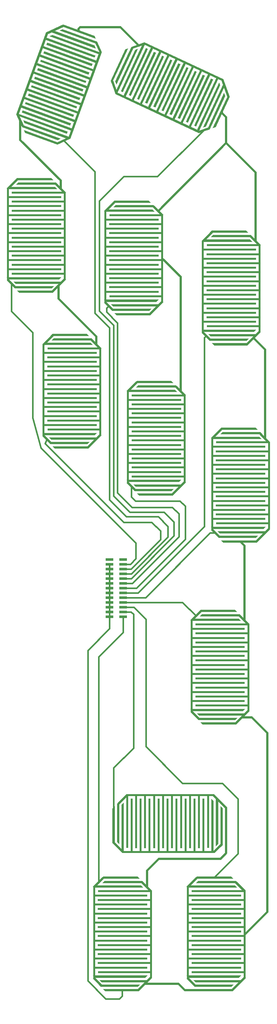
<source format=gbr>
G04 #@! TF.FileFunction,Copper,L1,Top,Signal*
%FSLAX46Y46*%
G04 Gerber Fmt 4.6, Leading zero omitted, Abs format (unit mm)*
G04 Created by KiCad (PCBNEW 4.0.6) date 04/30/18 12:25:27*
%MOMM*%
%LPD*%
G01*
G04 APERTURE LIST*
%ADD10C,0.100000*%
%ADD11R,14.500000X0.600000*%
%ADD12R,0.600000X24.550000*%
%ADD13R,14.000000X0.600000*%
%ADD14R,0.600000X23.250000*%
%ADD15R,0.600000X14.500000*%
%ADD16R,24.550000X0.600000*%
%ADD17R,0.600000X14.000000*%
%ADD18R,23.250000X0.600000*%
%ADD19R,2.100000X0.750000*%
%ADD20C,0.450000*%
%ADD21C,0.600000*%
G04 APERTURE END LIST*
D10*
G36*
X33109669Y-61437214D02*
X42882473Y-64994224D01*
X42113445Y-65352827D01*
X33468273Y-62206242D01*
X33109669Y-61437214D01*
X33109669Y-61437214D01*
G37*
G36*
X32990824Y-58839932D02*
X45582706Y-63423002D01*
X44813678Y-63781606D01*
X33349428Y-59608960D01*
X32990824Y-58839932D01*
X32990824Y-58839932D01*
G37*
G36*
X32824996Y-56225548D02*
X46450539Y-61184840D01*
X46245326Y-61748656D01*
X32619783Y-56789364D01*
X32824996Y-56225548D01*
X32824996Y-56225548D01*
G37*
G36*
X53679947Y-41468396D02*
X40007419Y-36492003D01*
X40776447Y-36133400D01*
X53321343Y-40699369D01*
X53679947Y-41468396D01*
X53679947Y-41468396D01*
G37*
G36*
X36108390Y-47204499D02*
X49733933Y-52163791D01*
X49528720Y-52727607D01*
X35903177Y-47768315D01*
X36108390Y-47204499D01*
X36108390Y-47204499D01*
G37*
G36*
X35287541Y-49459762D02*
X48913084Y-54419054D01*
X48707871Y-54982870D01*
X35082328Y-50023578D01*
X35287541Y-49459762D01*
X35287541Y-49459762D01*
G37*
G36*
X33645845Y-53970286D02*
X47271388Y-58929578D01*
X47066175Y-59493394D01*
X33440632Y-54534102D01*
X33645845Y-53970286D01*
X33645845Y-53970286D01*
G37*
G36*
X34466693Y-51715024D02*
X48092236Y-56674316D01*
X47887023Y-57238132D01*
X34261480Y-52278840D01*
X34466693Y-51715024D01*
X34466693Y-51715024D01*
G37*
G36*
X37750086Y-42693975D02*
X51375629Y-47653267D01*
X51170416Y-48217083D01*
X37544873Y-43257791D01*
X37750086Y-42693975D01*
X37750086Y-42693975D01*
G37*
G36*
X36929238Y-44949237D02*
X50554781Y-49908529D01*
X50349568Y-50472345D01*
X36724025Y-45513053D01*
X36929238Y-44949237D01*
X36929238Y-44949237D01*
G37*
G36*
X38570935Y-40438712D02*
X52196478Y-45398004D01*
X51991265Y-45961820D01*
X38365722Y-41002528D01*
X38570935Y-40438712D01*
X38570935Y-40438712D01*
G37*
G36*
X39391783Y-38183450D02*
X53017326Y-43142742D01*
X52812113Y-43706558D01*
X39186570Y-38747266D01*
X39391783Y-38183450D01*
X39391783Y-38183450D01*
G37*
G36*
X45574223Y-63738465D02*
X42311515Y-65259891D01*
X42057945Y-64716107D01*
X45320653Y-63194681D01*
X45574223Y-63738465D01*
X45574223Y-63738465D01*
G37*
G36*
X45574070Y-63739112D02*
X45010254Y-63533900D01*
X53406848Y-40464446D01*
X53970664Y-40669658D01*
X45574070Y-63739112D01*
X45574070Y-63739112D01*
G37*
G36*
X53427075Y-40923375D02*
X52231488Y-38359430D01*
X52775273Y-38105859D01*
X53970860Y-40669804D01*
X53427075Y-40923375D01*
X53427075Y-40923375D01*
G37*
G36*
X53044271Y-38683004D02*
X42707653Y-34920782D01*
X43476680Y-34562179D01*
X52685668Y-37913976D01*
X53044271Y-38683004D01*
X53044271Y-38683004D01*
G37*
G36*
X31709802Y-57096664D02*
X44865498Y-61884946D01*
X44660286Y-62448762D01*
X31504590Y-57660480D01*
X31709802Y-57096664D01*
X31709802Y-57096664D01*
G37*
G36*
X33749486Y-50176968D02*
X47375029Y-55136260D01*
X47169816Y-55700076D01*
X33544273Y-50740784D01*
X33749486Y-50176968D01*
X33749486Y-50176968D01*
G37*
G36*
X32928638Y-52432231D02*
X46554181Y-57391523D01*
X46348968Y-57955339D01*
X32723425Y-52996047D01*
X32928638Y-52432231D01*
X32928638Y-52432231D01*
G37*
G36*
X32107789Y-54687493D02*
X45733332Y-59646785D01*
X45528119Y-60210601D01*
X31902576Y-55251309D01*
X32107789Y-54687493D01*
X32107789Y-54687493D01*
G37*
G36*
X34570334Y-47921706D02*
X48195877Y-52880998D01*
X47990664Y-53444814D01*
X34365121Y-48485522D01*
X34570334Y-47921706D01*
X34570334Y-47921706D01*
G37*
G36*
X35391183Y-45666444D02*
X49016726Y-50625736D01*
X48811513Y-51189552D01*
X35185970Y-46230260D01*
X35391183Y-45666444D01*
X35391183Y-45666444D01*
G37*
G36*
X36212031Y-43411182D02*
X49837574Y-48370474D01*
X49632361Y-48934290D01*
X36006818Y-43974998D01*
X36212031Y-43411182D01*
X36212031Y-43411182D01*
G37*
G36*
X37032879Y-41155919D02*
X50658422Y-46115211D01*
X50453209Y-46679027D01*
X36827666Y-41719735D01*
X37032879Y-41155919D01*
X37032879Y-41155919D01*
G37*
G36*
X37853728Y-38900657D02*
X51479271Y-43859949D01*
X51274058Y-44423765D01*
X37648515Y-39464473D01*
X37853728Y-38900657D01*
X37853728Y-38900657D01*
G37*
G36*
X52047922Y-42151402D02*
X38892226Y-37363120D01*
X39097438Y-36799304D01*
X52253134Y-41587586D01*
X52047922Y-42151402D01*
X52047922Y-42151402D01*
G37*
G36*
X52398923Y-39725130D02*
X40558796Y-35415676D01*
X41327824Y-35057072D01*
X52040320Y-38956102D01*
X52398923Y-39725130D01*
X52398923Y-39725130D01*
G37*
G36*
X32321985Y-59873508D02*
X42987497Y-63755437D01*
X42218469Y-64114040D01*
X32680589Y-60642536D01*
X32321985Y-59873508D01*
X32321985Y-59873508D01*
G37*
G36*
X31677123Y-57069644D02*
X33114025Y-60151091D01*
X32570241Y-60404662D01*
X31133339Y-57323215D01*
X31677123Y-57069644D01*
X31677123Y-57069644D01*
G37*
G36*
X39078608Y-35462228D02*
X39642424Y-35667440D01*
X31690456Y-57515294D01*
X31126640Y-57310082D01*
X39078608Y-35462228D01*
X39078608Y-35462228D01*
G37*
G36*
X52355255Y-37155209D02*
X42864359Y-33700805D01*
X43633387Y-33342202D01*
X51996651Y-36386181D01*
X52355255Y-37155209D01*
X52355255Y-37155209D01*
G37*
G36*
X39072078Y-35465848D02*
X43603617Y-33352757D01*
X43857188Y-33896542D01*
X39325649Y-36009633D01*
X39072078Y-35465848D01*
X39072078Y-35465848D01*
G37*
G36*
X61025731Y-39677509D02*
X56630501Y-49103110D01*
X56340288Y-48305754D01*
X60228376Y-39967723D01*
X61025731Y-39677509D01*
X61025731Y-39677509D01*
G37*
G36*
X63623488Y-39785485D02*
X57960403Y-51930010D01*
X57670189Y-51132654D01*
X62826132Y-40075699D01*
X63623488Y-39785485D01*
X63623488Y-39785485D01*
G37*
G36*
X66242376Y-39848146D02*
X60114411Y-52989609D01*
X59570626Y-52736038D01*
X65698591Y-39594575D01*
X66242376Y-39848146D01*
X66242376Y-39848146D01*
G37*
G36*
X79125744Y-61909908D02*
X85274840Y-48723129D01*
X85565053Y-49520485D01*
X79923099Y-61619694D01*
X79125744Y-61909908D01*
X79125744Y-61909908D01*
G37*
G36*
X74942931Y-43905281D02*
X68814966Y-57046744D01*
X68271181Y-56793173D01*
X74399146Y-43651710D01*
X74942931Y-43905281D01*
X74942931Y-43905281D01*
G37*
G36*
X72767792Y-42890997D02*
X66639827Y-56032460D01*
X66096042Y-55778889D01*
X72224007Y-42637426D01*
X72767792Y-42890997D01*
X72767792Y-42890997D01*
G37*
G36*
X68417515Y-40862429D02*
X62289550Y-54003892D01*
X61745765Y-53750321D01*
X67873730Y-40608858D01*
X68417515Y-40862429D01*
X68417515Y-40862429D01*
G37*
G36*
X70592654Y-41876713D02*
X64464689Y-55018176D01*
X63920904Y-54764605D01*
X70048869Y-41623142D01*
X70592654Y-41876713D01*
X70592654Y-41876713D01*
G37*
G36*
X79293208Y-45933849D02*
X73165243Y-59075312D01*
X72621458Y-58821741D01*
X78749423Y-45680278D01*
X79293208Y-45933849D01*
X79293208Y-45933849D01*
G37*
G36*
X77118070Y-44919565D02*
X70990105Y-58061028D01*
X70446320Y-57807457D01*
X76574285Y-44665994D01*
X77118070Y-44919565D01*
X77118070Y-44919565D01*
G37*
G36*
X81468347Y-46948132D02*
X75340382Y-60089595D01*
X74796597Y-59836024D01*
X80924562Y-46694561D01*
X81468347Y-46948132D01*
X81468347Y-46948132D01*
G37*
G36*
X83643486Y-47962416D02*
X77515521Y-61103879D01*
X76971736Y-60850308D01*
X83099701Y-47708845D01*
X83643486Y-47962416D01*
X83643486Y-47962416D01*
G37*
G36*
X57646879Y-51894065D02*
X56415607Y-48511171D01*
X56979423Y-48305959D01*
X58210695Y-51688853D01*
X57646879Y-51894065D01*
X57646879Y-51894065D01*
G37*
G36*
X57646249Y-51893854D02*
X57899820Y-51350070D01*
X80149677Y-61725348D01*
X79896106Y-62269132D01*
X57646249Y-51893854D01*
X57646249Y-51893854D01*
G37*
G36*
X79690731Y-61705500D02*
X82349121Y-60737925D01*
X82554333Y-61301740D01*
X79895943Y-62269315D01*
X79690731Y-61705500D01*
X79690731Y-61705500D01*
G37*
G36*
X81955941Y-61519414D02*
X86604742Y-51550029D01*
X86894956Y-52347384D01*
X82753297Y-61229201D01*
X81955941Y-61519414D01*
X81955941Y-61519414D01*
G37*
G36*
X65471770Y-38661273D02*
X59555115Y-51349582D01*
X59011330Y-51096011D01*
X64927985Y-38407702D01*
X65471770Y-38661273D01*
X65471770Y-38661273D01*
G37*
G36*
X72187365Y-41296286D02*
X66059400Y-54437749D01*
X65515615Y-54184178D01*
X71643580Y-41042715D01*
X72187365Y-41296286D01*
X72187365Y-41296286D01*
G37*
G36*
X70012226Y-40282002D02*
X63884261Y-53423465D01*
X63340476Y-53169894D01*
X69468441Y-40028431D01*
X70012226Y-40282002D01*
X70012226Y-40282002D01*
G37*
G36*
X67837088Y-39267718D02*
X61709123Y-52409181D01*
X61165338Y-52155610D01*
X67293303Y-39014147D01*
X67837088Y-39267718D01*
X67837088Y-39267718D01*
G37*
G36*
X74362504Y-42310570D02*
X68234539Y-55452033D01*
X67690754Y-55198462D01*
X73818719Y-42056999D01*
X74362504Y-42310570D01*
X74362504Y-42310570D01*
G37*
G36*
X76537642Y-43324853D02*
X70409677Y-56466316D01*
X69865892Y-56212745D01*
X75993857Y-43071282D01*
X76537642Y-43324853D01*
X76537642Y-43324853D01*
G37*
G36*
X78712781Y-44339137D02*
X72584816Y-57480600D01*
X72041031Y-57227029D01*
X78168996Y-44085566D01*
X78712781Y-44339137D01*
X78712781Y-44339137D01*
G37*
G36*
X80887920Y-45353421D02*
X74759955Y-58494884D01*
X74216170Y-58241313D01*
X80344135Y-45099850D01*
X80887920Y-45353421D01*
X80887920Y-45353421D01*
G37*
G36*
X83063058Y-46367705D02*
X76935093Y-59509168D01*
X76391308Y-59255597D01*
X82519273Y-46114134D01*
X83063058Y-46367705D01*
X83063058Y-46367705D01*
G37*
G36*
X78587578Y-60224565D02*
X84504233Y-47536256D01*
X85048018Y-47789827D01*
X79131363Y-60478136D01*
X78587578Y-60224565D01*
X78587578Y-60224565D01*
G37*
G36*
X80974026Y-60785696D02*
X86299016Y-49366217D01*
X86589229Y-50163573D01*
X81771381Y-60495482D01*
X80974026Y-60785696D01*
X80974026Y-60785696D01*
G37*
G36*
X62652139Y-39029109D02*
X57855422Y-49315702D01*
X57565208Y-48518347D01*
X61854783Y-39319323D01*
X62652139Y-39029109D01*
X62652139Y-39029109D01*
G37*
G36*
X65501535Y-38631074D02*
X62306581Y-39793942D01*
X62101369Y-39230126D01*
X65296323Y-38067258D01*
X65501535Y-38631074D01*
X65501535Y-38631074D01*
G37*
G36*
X86381647Y-47887604D02*
X86128076Y-48431389D01*
X65056419Y-38605514D01*
X65309990Y-38061729D01*
X86381647Y-47887604D01*
X86381647Y-47887604D01*
G37*
G36*
X83537973Y-60966176D02*
X87806418Y-51812467D01*
X88096632Y-52609823D01*
X84335329Y-60675962D01*
X83537973Y-60966176D01*
X83537973Y-60966176D01*
G37*
G36*
X86378610Y-47880782D02*
X88088711Y-52579246D01*
X87524896Y-52784458D01*
X85814795Y-48085994D01*
X86378610Y-47880782D01*
X86378610Y-47880782D01*
G37*
G36*
X41100000Y-74800000D02*
X30700000Y-74800000D01*
X31300000Y-74200000D01*
X40500000Y-74200000D01*
X41100000Y-74800000D01*
X41100000Y-74800000D01*
G37*
G36*
X42100000Y-77200000D02*
X28700000Y-77200000D01*
X29300000Y-76600000D01*
X41500000Y-76600000D01*
X42100000Y-77200000D01*
X42100000Y-77200000D01*
G37*
D11*
X35900000Y-79300000D03*
D10*
G36*
X28600000Y-100600000D02*
X43150000Y-100600000D01*
X42550000Y-101200000D01*
X29200000Y-101200000D01*
X28600000Y-100600000D01*
X28600000Y-100600000D01*
G37*
D11*
X35900000Y-88900000D03*
X35900000Y-86500000D03*
X35900000Y-81700000D03*
X35900000Y-84100000D03*
X35900000Y-93700000D03*
X35900000Y-91300000D03*
X35900000Y-96100000D03*
X35900000Y-98500000D03*
D10*
G36*
X28600076Y-76900660D02*
X31145660Y-74355076D01*
X31569924Y-74779340D01*
X29024340Y-77324924D01*
X28600076Y-76900660D01*
X28600076Y-76900660D01*
G37*
D12*
X28900000Y-89175000D03*
D10*
G36*
X29024029Y-101025665D02*
X31024435Y-103026071D01*
X30600171Y-103450335D01*
X28599765Y-101449929D01*
X29024029Y-101025665D01*
X29024029Y-101025665D01*
G37*
G36*
X30150000Y-103000000D02*
X41150000Y-103000000D01*
X40550000Y-103600000D01*
X30750000Y-103600000D01*
X30150000Y-103000000D01*
X30150000Y-103000000D01*
G37*
D13*
X36900000Y-78100000D03*
D11*
X37100000Y-85300000D03*
X37100000Y-82900000D03*
X37100000Y-80500000D03*
X37100000Y-87700000D03*
X37100000Y-90100000D03*
X37100000Y-92500000D03*
X37100000Y-94900000D03*
X37100000Y-97300000D03*
D13*
X36900000Y-99700000D03*
D10*
G36*
X30400000Y-101800000D02*
X43000000Y-101800000D01*
X42400000Y-102400000D01*
X31000000Y-102400000D01*
X30400000Y-101800000D01*
X30400000Y-101800000D01*
G37*
G36*
X42375000Y-76000000D02*
X31025000Y-76000000D01*
X31625000Y-75400000D01*
X41775000Y-75400000D01*
X42375000Y-76000000D01*
X42375000Y-76000000D01*
G37*
G36*
X43939949Y-78414214D02*
X41535786Y-76010051D01*
X41960051Y-75585786D01*
X44364214Y-77989949D01*
X43939949Y-78414214D01*
X43939949Y-78414214D01*
G37*
D14*
X44075000Y-89625000D03*
D10*
G36*
X31320000Y-104200000D02*
X41420000Y-104200000D01*
X40820000Y-104800000D01*
X31920000Y-104800000D01*
X31320000Y-104200000D01*
X31320000Y-104200000D01*
G37*
G36*
X44379899Y-101244365D02*
X40844365Y-104779899D01*
X40420101Y-104355635D01*
X43955635Y-100820101D01*
X44379899Y-101244365D01*
X44379899Y-101244365D01*
G37*
G36*
X67100000Y-80800000D02*
X56700000Y-80800000D01*
X57300000Y-80200000D01*
X66500000Y-80200000D01*
X67100000Y-80800000D01*
X67100000Y-80800000D01*
G37*
G36*
X68100000Y-83200000D02*
X54700000Y-83200000D01*
X55300000Y-82600000D01*
X67500000Y-82600000D01*
X68100000Y-83200000D01*
X68100000Y-83200000D01*
G37*
D11*
X61900000Y-85300000D03*
D10*
G36*
X54600000Y-106600000D02*
X69150000Y-106600000D01*
X68550000Y-107200000D01*
X55200000Y-107200000D01*
X54600000Y-106600000D01*
X54600000Y-106600000D01*
G37*
D11*
X61900000Y-94900000D03*
X61900000Y-92500000D03*
X61900000Y-87700000D03*
X61900000Y-90100000D03*
X61900000Y-99700000D03*
X61900000Y-97300000D03*
X61900000Y-102100000D03*
X61900000Y-104500000D03*
D10*
G36*
X54600076Y-82900660D02*
X57145660Y-80355076D01*
X57569924Y-80779340D01*
X55024340Y-83324924D01*
X54600076Y-82900660D01*
X54600076Y-82900660D01*
G37*
D12*
X54900000Y-95175000D03*
D10*
G36*
X55024029Y-107025665D02*
X57024435Y-109026071D01*
X56600171Y-109450335D01*
X54599765Y-107449929D01*
X55024029Y-107025665D01*
X55024029Y-107025665D01*
G37*
G36*
X56150000Y-109000000D02*
X67150000Y-109000000D01*
X66550000Y-109600000D01*
X56750000Y-109600000D01*
X56150000Y-109000000D01*
X56150000Y-109000000D01*
G37*
D13*
X62900000Y-84100000D03*
D11*
X63100000Y-91300000D03*
X63100000Y-88900000D03*
X63100000Y-86500000D03*
X63100000Y-93700000D03*
X63100000Y-96100000D03*
X63100000Y-98500000D03*
X63100000Y-100900000D03*
X63100000Y-103300000D03*
D13*
X62900000Y-105700000D03*
D10*
G36*
X56400000Y-107800000D02*
X69000000Y-107800000D01*
X68400000Y-108400000D01*
X57000000Y-108400000D01*
X56400000Y-107800000D01*
X56400000Y-107800000D01*
G37*
G36*
X68375000Y-82000000D02*
X57025000Y-82000000D01*
X57625000Y-81400000D01*
X67775000Y-81400000D01*
X68375000Y-82000000D01*
X68375000Y-82000000D01*
G37*
G36*
X69939949Y-84414214D02*
X67535786Y-82010051D01*
X67960051Y-81585786D01*
X70364214Y-83989949D01*
X69939949Y-84414214D01*
X69939949Y-84414214D01*
G37*
D14*
X70075000Y-95625000D03*
D10*
G36*
X57320000Y-110200000D02*
X67420000Y-110200000D01*
X66820000Y-110800000D01*
X57920000Y-110800000D01*
X57320000Y-110200000D01*
X57320000Y-110200000D01*
G37*
G36*
X70379899Y-107244365D02*
X66844365Y-110779899D01*
X66420101Y-110355635D01*
X69955635Y-106820101D01*
X70379899Y-107244365D01*
X70379899Y-107244365D01*
G37*
G36*
X93100000Y-88800000D02*
X82700000Y-88800000D01*
X83300000Y-88200000D01*
X92500000Y-88200000D01*
X93100000Y-88800000D01*
X93100000Y-88800000D01*
G37*
G36*
X94100000Y-91200000D02*
X80700000Y-91200000D01*
X81300000Y-90600000D01*
X93500000Y-90600000D01*
X94100000Y-91200000D01*
X94100000Y-91200000D01*
G37*
D11*
X87900000Y-93300000D03*
D10*
G36*
X80600000Y-114600000D02*
X95150000Y-114600000D01*
X94550000Y-115200000D01*
X81200000Y-115200000D01*
X80600000Y-114600000D01*
X80600000Y-114600000D01*
G37*
D11*
X87900000Y-102900000D03*
X87900000Y-100500000D03*
X87900000Y-95700000D03*
X87900000Y-98100000D03*
X87900000Y-107700000D03*
X87900000Y-105300000D03*
X87900000Y-110100000D03*
X87900000Y-112500000D03*
D10*
G36*
X80600076Y-90900660D02*
X83145660Y-88355076D01*
X83569924Y-88779340D01*
X81024340Y-91324924D01*
X80600076Y-90900660D01*
X80600076Y-90900660D01*
G37*
D12*
X80900000Y-103175000D03*
D10*
G36*
X81024029Y-115025665D02*
X83024435Y-117026071D01*
X82600171Y-117450335D01*
X80599765Y-115449929D01*
X81024029Y-115025665D01*
X81024029Y-115025665D01*
G37*
G36*
X82150000Y-117000000D02*
X93150000Y-117000000D01*
X92550000Y-117600000D01*
X82750000Y-117600000D01*
X82150000Y-117000000D01*
X82150000Y-117000000D01*
G37*
D13*
X88900000Y-92100000D03*
D11*
X89100000Y-99300000D03*
X89100000Y-96900000D03*
X89100000Y-94500000D03*
X89100000Y-101700000D03*
X89100000Y-104100000D03*
X89100000Y-106500000D03*
X89100000Y-108900000D03*
X89100000Y-111300000D03*
D13*
X88900000Y-113700000D03*
D10*
G36*
X82400000Y-115800000D02*
X95000000Y-115800000D01*
X94400000Y-116400000D01*
X83000000Y-116400000D01*
X82400000Y-115800000D01*
X82400000Y-115800000D01*
G37*
G36*
X94375000Y-90000000D02*
X83025000Y-90000000D01*
X83625000Y-89400000D01*
X93775000Y-89400000D01*
X94375000Y-90000000D01*
X94375000Y-90000000D01*
G37*
G36*
X95939949Y-92414214D02*
X93535786Y-90010051D01*
X93960051Y-89585786D01*
X96364214Y-91989949D01*
X95939949Y-92414214D01*
X95939949Y-92414214D01*
G37*
D14*
X96075000Y-103625000D03*
D10*
G36*
X83320000Y-118200000D02*
X93420000Y-118200000D01*
X92820000Y-118800000D01*
X83920000Y-118800000D01*
X83320000Y-118200000D01*
X83320000Y-118200000D01*
G37*
G36*
X96379899Y-115244365D02*
X92844365Y-118779899D01*
X92420101Y-118355635D01*
X95955635Y-114820101D01*
X96379899Y-115244365D01*
X96379899Y-115244365D01*
G37*
G36*
X50600000Y-116300000D02*
X40200000Y-116300000D01*
X40800000Y-115700000D01*
X50000000Y-115700000D01*
X50600000Y-116300000D01*
X50600000Y-116300000D01*
G37*
G36*
X51600000Y-118700000D02*
X38200000Y-118700000D01*
X38800000Y-118100000D01*
X51000000Y-118100000D01*
X51600000Y-118700000D01*
X51600000Y-118700000D01*
G37*
D11*
X45400000Y-120800000D03*
D10*
G36*
X38100000Y-142100000D02*
X52650000Y-142100000D01*
X52050000Y-142700000D01*
X38700000Y-142700000D01*
X38100000Y-142100000D01*
X38100000Y-142100000D01*
G37*
D11*
X45400000Y-130400000D03*
X45400000Y-128000000D03*
X45400000Y-123200000D03*
X45400000Y-125600000D03*
X45400000Y-135200000D03*
X45400000Y-132800000D03*
X45400000Y-137600000D03*
X45400000Y-140000000D03*
D10*
G36*
X38100076Y-118400660D02*
X40645660Y-115855076D01*
X41069924Y-116279340D01*
X38524340Y-118824924D01*
X38100076Y-118400660D01*
X38100076Y-118400660D01*
G37*
D12*
X38400000Y-130675000D03*
D10*
G36*
X38524029Y-142525665D02*
X40524435Y-144526071D01*
X40100171Y-144950335D01*
X38099765Y-142949929D01*
X38524029Y-142525665D01*
X38524029Y-142525665D01*
G37*
G36*
X39650000Y-144500000D02*
X50650000Y-144500000D01*
X50050000Y-145100000D01*
X40250000Y-145100000D01*
X39650000Y-144500000D01*
X39650000Y-144500000D01*
G37*
D13*
X46400000Y-119600000D03*
D11*
X46600000Y-126800000D03*
X46600000Y-124400000D03*
X46600000Y-122000000D03*
X46600000Y-129200000D03*
X46600000Y-131600000D03*
X46600000Y-134000000D03*
X46600000Y-136400000D03*
X46600000Y-138800000D03*
D13*
X46400000Y-141200000D03*
D10*
G36*
X39900000Y-143300000D02*
X52500000Y-143300000D01*
X51900000Y-143900000D01*
X40500000Y-143900000D01*
X39900000Y-143300000D01*
X39900000Y-143300000D01*
G37*
G36*
X51875000Y-117500000D02*
X40525000Y-117500000D01*
X41125000Y-116900000D01*
X51275000Y-116900000D01*
X51875000Y-117500000D01*
X51875000Y-117500000D01*
G37*
G36*
X53439949Y-119914214D02*
X51035786Y-117510051D01*
X51460051Y-117085786D01*
X53864214Y-119489949D01*
X53439949Y-119914214D01*
X53439949Y-119914214D01*
G37*
D14*
X53575000Y-131125000D03*
D10*
G36*
X40820000Y-145700000D02*
X50920000Y-145700000D01*
X50320000Y-146300000D01*
X41420000Y-146300000D01*
X40820000Y-145700000D01*
X40820000Y-145700000D01*
G37*
G36*
X53879899Y-142744365D02*
X50344365Y-146279899D01*
X49920101Y-145855635D01*
X53455635Y-142320101D01*
X53879899Y-142744365D01*
X53879899Y-142744365D01*
G37*
G36*
X73100000Y-128800000D02*
X62700000Y-128800000D01*
X63300000Y-128200000D01*
X72500000Y-128200000D01*
X73100000Y-128800000D01*
X73100000Y-128800000D01*
G37*
G36*
X74100000Y-131200000D02*
X60700000Y-131200000D01*
X61300000Y-130600000D01*
X73500000Y-130600000D01*
X74100000Y-131200000D01*
X74100000Y-131200000D01*
G37*
D11*
X67900000Y-133300000D03*
D10*
G36*
X60600000Y-154600000D02*
X75150000Y-154600000D01*
X74550000Y-155200000D01*
X61200000Y-155200000D01*
X60600000Y-154600000D01*
X60600000Y-154600000D01*
G37*
D11*
X67900000Y-142900000D03*
X67900000Y-140500000D03*
X67900000Y-135700000D03*
X67900000Y-138100000D03*
X67900000Y-147700000D03*
X67900000Y-145300000D03*
X67900000Y-150100000D03*
X67900000Y-152500000D03*
D10*
G36*
X60600076Y-130900660D02*
X63145660Y-128355076D01*
X63569924Y-128779340D01*
X61024340Y-131324924D01*
X60600076Y-130900660D01*
X60600076Y-130900660D01*
G37*
D12*
X60900000Y-143175000D03*
D10*
G36*
X61024029Y-155025665D02*
X63024435Y-157026071D01*
X62600171Y-157450335D01*
X60599765Y-155449929D01*
X61024029Y-155025665D01*
X61024029Y-155025665D01*
G37*
G36*
X62150000Y-157000000D02*
X73150000Y-157000000D01*
X72550000Y-157600000D01*
X62750000Y-157600000D01*
X62150000Y-157000000D01*
X62150000Y-157000000D01*
G37*
D13*
X68900000Y-132100000D03*
D11*
X69100000Y-139300000D03*
X69100000Y-136900000D03*
X69100000Y-134500000D03*
X69100000Y-141700000D03*
X69100000Y-144100000D03*
X69100000Y-146500000D03*
X69100000Y-148900000D03*
X69100000Y-151300000D03*
D13*
X68900000Y-153700000D03*
D10*
G36*
X62400000Y-155800000D02*
X75000000Y-155800000D01*
X74400000Y-156400000D01*
X63000000Y-156400000D01*
X62400000Y-155800000D01*
X62400000Y-155800000D01*
G37*
G36*
X74375000Y-130000000D02*
X63025000Y-130000000D01*
X63625000Y-129400000D01*
X73775000Y-129400000D01*
X74375000Y-130000000D01*
X74375000Y-130000000D01*
G37*
G36*
X75939949Y-132414214D02*
X73535786Y-130010051D01*
X73960051Y-129585786D01*
X76364214Y-131989949D01*
X75939949Y-132414214D01*
X75939949Y-132414214D01*
G37*
D14*
X76075000Y-143625000D03*
D10*
G36*
X63320000Y-158200000D02*
X73420000Y-158200000D01*
X72820000Y-158800000D01*
X63920000Y-158800000D01*
X63320000Y-158200000D01*
X63320000Y-158200000D01*
G37*
G36*
X76379899Y-155244365D02*
X72844365Y-158779899D01*
X72420101Y-158355635D01*
X75955635Y-154820101D01*
X76379899Y-155244365D01*
X76379899Y-155244365D01*
G37*
G36*
X95600000Y-141300000D02*
X85200000Y-141300000D01*
X85800000Y-140700000D01*
X95000000Y-140700000D01*
X95600000Y-141300000D01*
X95600000Y-141300000D01*
G37*
G36*
X96600000Y-143700000D02*
X83200000Y-143700000D01*
X83800000Y-143100000D01*
X96000000Y-143100000D01*
X96600000Y-143700000D01*
X96600000Y-143700000D01*
G37*
D11*
X90400000Y-145800000D03*
D10*
G36*
X83100000Y-167100000D02*
X97650000Y-167100000D01*
X97050000Y-167700000D01*
X83700000Y-167700000D01*
X83100000Y-167100000D01*
X83100000Y-167100000D01*
G37*
D11*
X90400000Y-155400000D03*
X90400000Y-153000000D03*
X90400000Y-148200000D03*
X90400000Y-150600000D03*
X90400000Y-160200000D03*
X90400000Y-157800000D03*
X90400000Y-162600000D03*
X90400000Y-165000000D03*
D10*
G36*
X83100076Y-143400660D02*
X85645660Y-140855076D01*
X86069924Y-141279340D01*
X83524340Y-143824924D01*
X83100076Y-143400660D01*
X83100076Y-143400660D01*
G37*
D12*
X83400000Y-155675000D03*
D10*
G36*
X83524029Y-167525665D02*
X85524435Y-169526071D01*
X85100171Y-169950335D01*
X83099765Y-167949929D01*
X83524029Y-167525665D01*
X83524029Y-167525665D01*
G37*
G36*
X84650000Y-169500000D02*
X95650000Y-169500000D01*
X95050000Y-170100000D01*
X85250000Y-170100000D01*
X84650000Y-169500000D01*
X84650000Y-169500000D01*
G37*
D13*
X91400000Y-144600000D03*
D11*
X91600000Y-151800000D03*
X91600000Y-149400000D03*
X91600000Y-147000000D03*
X91600000Y-154200000D03*
X91600000Y-156600000D03*
X91600000Y-159000000D03*
X91600000Y-161400000D03*
X91600000Y-163800000D03*
D13*
X91400000Y-166200000D03*
D10*
G36*
X84900000Y-168300000D02*
X97500000Y-168300000D01*
X96900000Y-168900000D01*
X85500000Y-168900000D01*
X84900000Y-168300000D01*
X84900000Y-168300000D01*
G37*
G36*
X96875000Y-142500000D02*
X85525000Y-142500000D01*
X86125000Y-141900000D01*
X96275000Y-141900000D01*
X96875000Y-142500000D01*
X96875000Y-142500000D01*
G37*
G36*
X98439949Y-144914214D02*
X96035786Y-142510051D01*
X96460051Y-142085786D01*
X98864214Y-144489949D01*
X98439949Y-144914214D01*
X98439949Y-144914214D01*
G37*
D14*
X98575000Y-156125000D03*
D10*
G36*
X85820000Y-170700000D02*
X95920000Y-170700000D01*
X95320000Y-171300000D01*
X86420000Y-171300000D01*
X85820000Y-170700000D01*
X85820000Y-170700000D01*
G37*
G36*
X98879899Y-167744365D02*
X95344365Y-171279899D01*
X94920101Y-170855635D01*
X98455635Y-167320101D01*
X98879899Y-167744365D01*
X98879899Y-167744365D01*
G37*
G36*
X90100000Y-189800000D02*
X79700000Y-189800000D01*
X80300000Y-189200000D01*
X89500000Y-189200000D01*
X90100000Y-189800000D01*
X90100000Y-189800000D01*
G37*
G36*
X91100000Y-192200000D02*
X77700000Y-192200000D01*
X78300000Y-191600000D01*
X90500000Y-191600000D01*
X91100000Y-192200000D01*
X91100000Y-192200000D01*
G37*
D11*
X84900000Y-194300000D03*
D10*
G36*
X77600000Y-215600000D02*
X92150000Y-215600000D01*
X91550000Y-216200000D01*
X78200000Y-216200000D01*
X77600000Y-215600000D01*
X77600000Y-215600000D01*
G37*
D11*
X84900000Y-203900000D03*
X84900000Y-201500000D03*
X84900000Y-196700000D03*
X84900000Y-199100000D03*
X84900000Y-208700000D03*
X84900000Y-206300000D03*
X84900000Y-211100000D03*
X84900000Y-213500000D03*
D10*
G36*
X77600076Y-191900660D02*
X80145660Y-189355076D01*
X80569924Y-189779340D01*
X78024340Y-192324924D01*
X77600076Y-191900660D01*
X77600076Y-191900660D01*
G37*
D12*
X77900000Y-204175000D03*
D10*
G36*
X78024029Y-216025665D02*
X80024435Y-218026071D01*
X79600171Y-218450335D01*
X77599765Y-216449929D01*
X78024029Y-216025665D01*
X78024029Y-216025665D01*
G37*
G36*
X79150000Y-218000000D02*
X90150000Y-218000000D01*
X89550000Y-218600000D01*
X79750000Y-218600000D01*
X79150000Y-218000000D01*
X79150000Y-218000000D01*
G37*
D13*
X85900000Y-193100000D03*
D11*
X86100000Y-200300000D03*
X86100000Y-197900000D03*
X86100000Y-195500000D03*
X86100000Y-202700000D03*
X86100000Y-205100000D03*
X86100000Y-207500000D03*
X86100000Y-209900000D03*
X86100000Y-212300000D03*
D13*
X85900000Y-214700000D03*
D10*
G36*
X79400000Y-216800000D02*
X92000000Y-216800000D01*
X91400000Y-217400000D01*
X80000000Y-217400000D01*
X79400000Y-216800000D01*
X79400000Y-216800000D01*
G37*
G36*
X91375000Y-191000000D02*
X80025000Y-191000000D01*
X80625000Y-190400000D01*
X90775000Y-190400000D01*
X91375000Y-191000000D01*
X91375000Y-191000000D01*
G37*
G36*
X92939949Y-193414214D02*
X90535786Y-191010051D01*
X90960051Y-190585786D01*
X93364214Y-192989949D01*
X92939949Y-193414214D01*
X92939949Y-193414214D01*
G37*
D14*
X93075000Y-204625000D03*
D10*
G36*
X80320000Y-219200000D02*
X90420000Y-219200000D01*
X89820000Y-219800000D01*
X80920000Y-219800000D01*
X80320000Y-219200000D01*
X80320000Y-219200000D01*
G37*
G36*
X93379899Y-216244365D02*
X89844365Y-219779899D01*
X89420101Y-219355635D01*
X92955635Y-215820101D01*
X93379899Y-216244365D01*
X93379899Y-216244365D01*
G37*
G36*
X57400000Y-241500000D02*
X57400000Y-251900000D01*
X56800000Y-251300000D01*
X56800000Y-242100000D01*
X57400000Y-241500000D01*
X57400000Y-241500000D01*
G37*
G36*
X59800000Y-240500000D02*
X59800000Y-253900000D01*
X59200000Y-253300000D01*
X59200000Y-241100000D01*
X59800000Y-240500000D01*
X59800000Y-240500000D01*
G37*
D15*
X61900000Y-246700000D03*
D10*
G36*
X83200000Y-254000000D02*
X83200000Y-239450000D01*
X83800000Y-240050000D01*
X83800000Y-253400000D01*
X83200000Y-254000000D01*
X83200000Y-254000000D01*
G37*
D15*
X71500000Y-246700000D03*
X69100000Y-246700000D03*
X64300000Y-246700000D03*
X66700000Y-246700000D03*
X76300000Y-246700000D03*
X73900000Y-246700000D03*
X78700000Y-246700000D03*
X81100000Y-246700000D03*
D10*
G36*
X59500660Y-253999924D02*
X56955076Y-251454340D01*
X57379340Y-251030076D01*
X59924924Y-253575660D01*
X59500660Y-253999924D01*
X59500660Y-253999924D01*
G37*
D16*
X71775000Y-253700000D03*
D10*
G36*
X83625665Y-253575971D02*
X85626071Y-251575565D01*
X86050335Y-251999829D01*
X84049929Y-254000235D01*
X83625665Y-253575971D01*
X83625665Y-253575971D01*
G37*
G36*
X85600000Y-252450000D02*
X85600000Y-241450000D01*
X86200000Y-242050000D01*
X86200000Y-251850000D01*
X85600000Y-252450000D01*
X85600000Y-252450000D01*
G37*
D17*
X60700000Y-245700000D03*
D15*
X67900000Y-245500000D03*
X65500000Y-245500000D03*
X63100000Y-245500000D03*
X70300000Y-245500000D03*
X72700000Y-245500000D03*
X75100000Y-245500000D03*
X77500000Y-245500000D03*
X79900000Y-245500000D03*
D17*
X82300000Y-245700000D03*
D10*
G36*
X84400000Y-252200000D02*
X84400000Y-239600000D01*
X85000000Y-240200000D01*
X85000000Y-251600000D01*
X84400000Y-252200000D01*
X84400000Y-252200000D01*
G37*
G36*
X58600000Y-240225000D02*
X58600000Y-251575000D01*
X58000000Y-250975000D01*
X58000000Y-240825000D01*
X58600000Y-240225000D01*
X58600000Y-240225000D01*
G37*
G36*
X61014214Y-238660051D02*
X58610051Y-241064214D01*
X58185786Y-240639949D01*
X60589949Y-238235786D01*
X61014214Y-238660051D01*
X61014214Y-238660051D01*
G37*
D18*
X72225000Y-238525000D03*
D10*
G36*
X86800000Y-251280000D02*
X86800000Y-241180000D01*
X87400000Y-241780000D01*
X87400000Y-250680000D01*
X86800000Y-251280000D01*
X86800000Y-251280000D01*
G37*
G36*
X83844365Y-238220101D02*
X87379899Y-241755635D01*
X86955635Y-242179899D01*
X83420101Y-238644365D01*
X83844365Y-238220101D01*
X83844365Y-238220101D01*
G37*
G36*
X89100000Y-260800000D02*
X78700000Y-260800000D01*
X79300000Y-260200000D01*
X88500000Y-260200000D01*
X89100000Y-260800000D01*
X89100000Y-260800000D01*
G37*
G36*
X90100000Y-263200000D02*
X76700000Y-263200000D01*
X77300000Y-262600000D01*
X89500000Y-262600000D01*
X90100000Y-263200000D01*
X90100000Y-263200000D01*
G37*
D11*
X83900000Y-265300000D03*
D10*
G36*
X76600000Y-286600000D02*
X91150000Y-286600000D01*
X90550000Y-287200000D01*
X77200000Y-287200000D01*
X76600000Y-286600000D01*
X76600000Y-286600000D01*
G37*
D11*
X83900000Y-274900000D03*
X83900000Y-272500000D03*
X83900000Y-267700000D03*
X83900000Y-270100000D03*
X83900000Y-279700000D03*
X83900000Y-277300000D03*
X83900000Y-282100000D03*
X83900000Y-284500000D03*
D10*
G36*
X76600076Y-262900660D02*
X79145660Y-260355076D01*
X79569924Y-260779340D01*
X77024340Y-263324924D01*
X76600076Y-262900660D01*
X76600076Y-262900660D01*
G37*
D12*
X76900000Y-275175000D03*
D10*
G36*
X77024029Y-287025665D02*
X79024435Y-289026071D01*
X78600171Y-289450335D01*
X76599765Y-287449929D01*
X77024029Y-287025665D01*
X77024029Y-287025665D01*
G37*
G36*
X78150000Y-289000000D02*
X89150000Y-289000000D01*
X88550000Y-289600000D01*
X78750000Y-289600000D01*
X78150000Y-289000000D01*
X78150000Y-289000000D01*
G37*
D13*
X84900000Y-264100000D03*
D11*
X85100000Y-271300000D03*
X85100000Y-268900000D03*
X85100000Y-266500000D03*
X85100000Y-273700000D03*
X85100000Y-276100000D03*
X85100000Y-278500000D03*
X85100000Y-280900000D03*
X85100000Y-283300000D03*
D13*
X84900000Y-285700000D03*
D10*
G36*
X78400000Y-287800000D02*
X91000000Y-287800000D01*
X90400000Y-288400000D01*
X79000000Y-288400000D01*
X78400000Y-287800000D01*
X78400000Y-287800000D01*
G37*
G36*
X90375000Y-262000000D02*
X79025000Y-262000000D01*
X79625000Y-261400000D01*
X89775000Y-261400000D01*
X90375000Y-262000000D01*
X90375000Y-262000000D01*
G37*
G36*
X91939949Y-264414214D02*
X89535786Y-262010051D01*
X89960051Y-261585786D01*
X92364214Y-263989949D01*
X91939949Y-264414214D01*
X91939949Y-264414214D01*
G37*
D14*
X92075000Y-275625000D03*
D10*
G36*
X79320000Y-290200000D02*
X89420000Y-290200000D01*
X88820000Y-290800000D01*
X79920000Y-290800000D01*
X79320000Y-290200000D01*
X79320000Y-290200000D01*
G37*
G36*
X92379899Y-287244365D02*
X88844365Y-290779899D01*
X88420101Y-290355635D01*
X91955635Y-286820101D01*
X92379899Y-287244365D01*
X92379899Y-287244365D01*
G37*
G36*
X64100000Y-260800000D02*
X53700000Y-260800000D01*
X54300000Y-260200000D01*
X63500000Y-260200000D01*
X64100000Y-260800000D01*
X64100000Y-260800000D01*
G37*
G36*
X65100000Y-263200000D02*
X51700000Y-263200000D01*
X52300000Y-262600000D01*
X64500000Y-262600000D01*
X65100000Y-263200000D01*
X65100000Y-263200000D01*
G37*
D11*
X58900000Y-265300000D03*
D10*
G36*
X51600000Y-286600000D02*
X66150000Y-286600000D01*
X65550000Y-287200000D01*
X52200000Y-287200000D01*
X51600000Y-286600000D01*
X51600000Y-286600000D01*
G37*
D11*
X58900000Y-274900000D03*
X58900000Y-272500000D03*
X58900000Y-267700000D03*
X58900000Y-270100000D03*
X58900000Y-279700000D03*
X58900000Y-277300000D03*
X58900000Y-282100000D03*
X58900000Y-284500000D03*
D10*
G36*
X51600076Y-262900660D02*
X54145660Y-260355076D01*
X54569924Y-260779340D01*
X52024340Y-263324924D01*
X51600076Y-262900660D01*
X51600076Y-262900660D01*
G37*
D12*
X51900000Y-275175000D03*
D10*
G36*
X52024029Y-287025665D02*
X54024435Y-289026071D01*
X53600171Y-289450335D01*
X51599765Y-287449929D01*
X52024029Y-287025665D01*
X52024029Y-287025665D01*
G37*
G36*
X53150000Y-289000000D02*
X64150000Y-289000000D01*
X63550000Y-289600000D01*
X53750000Y-289600000D01*
X53150000Y-289000000D01*
X53150000Y-289000000D01*
G37*
D13*
X59900000Y-264100000D03*
D11*
X60100000Y-271300000D03*
X60100000Y-268900000D03*
X60100000Y-266500000D03*
X60100000Y-273700000D03*
X60100000Y-276100000D03*
X60100000Y-278500000D03*
X60100000Y-280900000D03*
X60100000Y-283300000D03*
D13*
X59900000Y-285700000D03*
D10*
G36*
X53400000Y-287800000D02*
X66000000Y-287800000D01*
X65400000Y-288400000D01*
X54000000Y-288400000D01*
X53400000Y-287800000D01*
X53400000Y-287800000D01*
G37*
G36*
X65375000Y-262000000D02*
X54025000Y-262000000D01*
X54625000Y-261400000D01*
X64775000Y-261400000D01*
X65375000Y-262000000D01*
X65375000Y-262000000D01*
G37*
G36*
X66939949Y-264414214D02*
X64535786Y-262010051D01*
X64960051Y-261585786D01*
X67364214Y-263989949D01*
X66939949Y-264414214D01*
X66939949Y-264414214D01*
G37*
D14*
X67075000Y-275625000D03*
D10*
G36*
X54320000Y-290200000D02*
X64420000Y-290200000D01*
X63820000Y-290800000D01*
X54920000Y-290800000D01*
X54320000Y-290200000D01*
X54320000Y-290200000D01*
G37*
G36*
X67379899Y-287244365D02*
X63844365Y-290779899D01*
X63420101Y-290355635D01*
X66955635Y-286820101D01*
X67379899Y-287244365D01*
X67379899Y-287244365D01*
G37*
D19*
X59600000Y-191020000D03*
X56000000Y-191020000D03*
X59600000Y-189750000D03*
X56000000Y-189750000D03*
X59600000Y-188480000D03*
X56000000Y-188480000D03*
X59600000Y-187210000D03*
X56000000Y-187210000D03*
X59600000Y-185940000D03*
X56000000Y-185940000D03*
X59600000Y-184670000D03*
X56000000Y-184670000D03*
X59600000Y-183400000D03*
X56000000Y-183400000D03*
X59600000Y-182130000D03*
X56000000Y-182130000D03*
X59600000Y-180860000D03*
X56000000Y-180860000D03*
X59600000Y-179590000D03*
X56000000Y-179590000D03*
X59600000Y-178320000D03*
X56000000Y-178320000D03*
X59600000Y-177050000D03*
X56000000Y-177050000D03*
X59600000Y-175780000D03*
X56000000Y-175780000D03*
D20*
X59600000Y-183400000D02*
X63200000Y-183400000D01*
X61812100Y-159112100D02*
X61812100Y-156238000D01*
X62900000Y-160200000D02*
X61812100Y-159112100D01*
X74800000Y-160200000D02*
X62900000Y-160200000D01*
X76200000Y-161600000D02*
X74800000Y-160200000D01*
X76200000Y-170400000D02*
X76200000Y-161600000D01*
X63200000Y-183400000D02*
X76200000Y-170400000D01*
X53085000Y-261840000D02*
X53085000Y-201715000D01*
X59600000Y-195200000D02*
X59600000Y-191020000D01*
X53085000Y-201715000D02*
X59600000Y-195200000D01*
X59600000Y-189750000D02*
X61750000Y-189750000D01*
X57100000Y-231300000D02*
X57100000Y-246700000D01*
X62400000Y-226000000D02*
X57100000Y-231300000D01*
X62400000Y-190400000D02*
X62400000Y-226000000D01*
X61750000Y-189750000D02*
X62400000Y-190400000D01*
X59600000Y-188480000D02*
X62480000Y-188480000D01*
X90300000Y-254100000D02*
X83900000Y-260500000D01*
X90300000Y-239600000D02*
X90300000Y-254100000D01*
X86100000Y-235400000D02*
X90300000Y-239600000D01*
X75500000Y-235400000D02*
X86100000Y-235400000D01*
X65700000Y-225600000D02*
X75500000Y-235400000D01*
X65700000Y-191700000D02*
X65700000Y-225600000D01*
X62480000Y-188480000D02*
X65700000Y-191700000D01*
X59600000Y-187210000D02*
X75455000Y-187210000D01*
X75455000Y-187210000D02*
X79085000Y-190840000D01*
X59600000Y-185940000D02*
X65660000Y-185940000D01*
X82862000Y-168738000D02*
X84312100Y-168738000D01*
X65660000Y-185940000D02*
X82862000Y-168738000D01*
X56000000Y-178320000D02*
X56000000Y-177050000D01*
X56000000Y-178320000D02*
X56000000Y-179590000D01*
X56000000Y-182130000D02*
X56000000Y-180860000D01*
X56000000Y-179590000D02*
X56000000Y-180860000D01*
X56000000Y-182130000D02*
X56000000Y-183400000D01*
X56000000Y-183400000D02*
X56000000Y-184670000D01*
X56000000Y-185940000D02*
X56000000Y-184670000D01*
X56000000Y-185940000D02*
X56000000Y-187210000D01*
X56000000Y-188480000D02*
X56000000Y-187210000D01*
X56000000Y-188480000D02*
X56000000Y-189750000D01*
X56000000Y-191020000D02*
X56000000Y-189750000D01*
X59370000Y-290500000D02*
X59370000Y-292030000D01*
X56000000Y-194200000D02*
X56000000Y-191020000D01*
X50200000Y-200000000D02*
X56000000Y-194200000D01*
X50200000Y-288000000D02*
X50200000Y-200000000D01*
X55000000Y-292800000D02*
X50200000Y-288000000D01*
X58600000Y-292800000D02*
X55000000Y-292800000D01*
X59370000Y-292030000D02*
X58600000Y-292800000D01*
D21*
X74950000Y-131000000D02*
X74950000Y-100500000D01*
X74950000Y-100500000D02*
X70075000Y-95625000D01*
X65950000Y-263000000D02*
X65950000Y-258650000D01*
X87100000Y-254000000D02*
X87100000Y-246230000D01*
X85600000Y-255500000D02*
X87100000Y-254000000D01*
X69100000Y-255500000D02*
X85600000Y-255500000D01*
X65950000Y-258650000D02*
X69100000Y-255500000D01*
X84370000Y-290500000D02*
X76100000Y-290500000D01*
X74400000Y-288800000D02*
X65400000Y-288800000D01*
X76100000Y-290500000D02*
X74400000Y-288800000D01*
X91400000Y-217800000D02*
X93900000Y-217800000D01*
X98100000Y-269600000D02*
X92075000Y-275625000D01*
X98100000Y-222000000D02*
X98100000Y-269600000D01*
X93900000Y-217800000D02*
X98100000Y-222000000D01*
X91950000Y-192000000D02*
X91950000Y-172080000D01*
X91950000Y-172080000D02*
X90870000Y-171000000D01*
X97450000Y-143500000D02*
X97450000Y-119850000D01*
X97450000Y-119850000D02*
X94400000Y-116800000D01*
X94950000Y-91000000D02*
X94950000Y-72700000D01*
X94950000Y-72700000D02*
X87100000Y-64850000D01*
X85944088Y-56516107D02*
X85944088Y-56844088D01*
X85944088Y-56844088D02*
X87100000Y-58000000D01*
X87100000Y-58000000D02*
X87100000Y-64850000D01*
X87100000Y-64850000D02*
X68950000Y-83000000D01*
X52450000Y-118500000D02*
X52450000Y-116350000D01*
X42400000Y-106300000D02*
X42400000Y-102800000D01*
X52450000Y-116350000D02*
X42400000Y-106300000D01*
X42950000Y-77000000D02*
X42950000Y-74850000D01*
X32123682Y-64023682D02*
X32123682Y-58737153D01*
X42950000Y-74850000D02*
X32123682Y-64023682D01*
X47712413Y-35146099D02*
X47712413Y-34387587D01*
X58870852Y-34000000D02*
X63801452Y-38930600D01*
X48100000Y-34000000D02*
X58870852Y-34000000D01*
X47712413Y-34387587D02*
X48100000Y-34000000D01*
D20*
X59600000Y-184670000D02*
X63630000Y-184670000D01*
X81300000Y-116750100D02*
X81812100Y-116238000D01*
X81300000Y-167000000D02*
X81300000Y-116750100D01*
X63630000Y-184670000D02*
X81300000Y-167000000D01*
X58100000Y-113300000D02*
X58100000Y-112800000D01*
X62070000Y-182130000D02*
X74500000Y-169700000D01*
X74500000Y-169700000D02*
X74500000Y-163600000D01*
X74500000Y-163600000D02*
X72800000Y-161900000D01*
X72800000Y-161900000D02*
X62000000Y-161900000D01*
X62000000Y-161900000D02*
X58100000Y-158000000D01*
X58100000Y-158000000D02*
X58100000Y-113300000D01*
X59600000Y-182130000D02*
X62070000Y-182130000D01*
X55200000Y-108850100D02*
X55812100Y-108238000D01*
X55200000Y-109900000D02*
X55200000Y-108850100D01*
X58100000Y-112800000D02*
X55200000Y-109900000D01*
X59600000Y-180860000D02*
X61840000Y-180860000D01*
X68826152Y-73800000D02*
X81122532Y-61503620D01*
X59800000Y-73800000D02*
X68826152Y-73800000D01*
X53300000Y-80300000D02*
X59800000Y-73800000D01*
X53300000Y-109600000D02*
X53300000Y-80300000D01*
X57100000Y-113400000D02*
X53300000Y-109600000D01*
X57100000Y-158900000D02*
X57100000Y-113400000D01*
X61400000Y-163200000D02*
X57100000Y-158900000D01*
X70600000Y-163200000D02*
X61400000Y-163200000D01*
X73200000Y-165800000D02*
X70600000Y-163200000D01*
X73200000Y-169500000D02*
X73200000Y-165800000D01*
X61840000Y-180860000D02*
X73200000Y-169500000D01*
X59600000Y-179590000D02*
X61810000Y-179590000D01*
X52100000Y-72511202D02*
X43816084Y-64227286D01*
X52100000Y-110200000D02*
X52100000Y-72511202D01*
X56000000Y-114100000D02*
X52100000Y-110200000D01*
X56000000Y-159900000D02*
X56000000Y-114100000D01*
X60500000Y-164400000D02*
X56000000Y-159900000D01*
X69000000Y-164400000D02*
X60500000Y-164400000D01*
X71600000Y-167000000D02*
X69000000Y-164400000D01*
X71600000Y-169800000D02*
X71600000Y-167000000D01*
X61810000Y-179590000D02*
X71600000Y-169800000D01*
X41500000Y-147600000D02*
X38800000Y-144900000D01*
X59800000Y-165900000D02*
X41500000Y-147600000D01*
X67300000Y-165900000D02*
X59800000Y-165900000D01*
X69600000Y-168200000D02*
X67300000Y-165900000D01*
X69600000Y-170500000D02*
X69600000Y-168200000D01*
X61780000Y-178320000D02*
X69600000Y-170500000D01*
X59600000Y-178320000D02*
X61780000Y-178320000D01*
X38800000Y-144900000D02*
X39312100Y-143738000D01*
X37700000Y-146100000D02*
X35500000Y-138100000D01*
X61550000Y-177050000D02*
X63000000Y-175600000D01*
X63000000Y-175600000D02*
X63000000Y-171400000D01*
X63000000Y-171400000D02*
X37700000Y-146100000D01*
X35500000Y-138100000D02*
X35500000Y-115400000D01*
X35500000Y-115400000D02*
X29812100Y-109712100D01*
X29812100Y-102238000D02*
X29812100Y-109712100D01*
X61550000Y-177050000D02*
X59600000Y-177050000D01*
M02*

</source>
